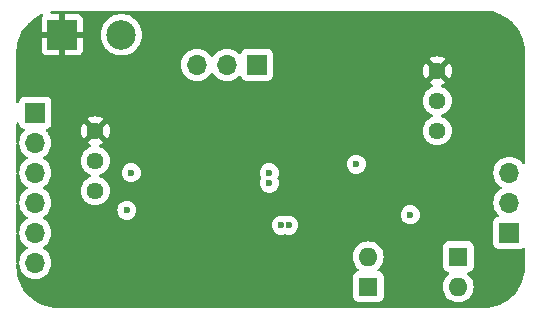
<source format=gbr>
%TF.GenerationSoftware,KiCad,Pcbnew,7.0.11+dfsg-1build4*%
%TF.CreationDate,2024-08-04T00:39:11+02:00*%
%TF.ProjectId,SmallESC,536d616c-6c45-4534-932e-6b696361645f,rev?*%
%TF.SameCoordinates,Original*%
%TF.FileFunction,Copper,L2,Inr*%
%TF.FilePolarity,Positive*%
%FSLAX46Y46*%
G04 Gerber Fmt 4.6, Leading zero omitted, Abs format (unit mm)*
G04 Created by KiCad (PCBNEW 7.0.11+dfsg-1build4) date 2024-08-04 00:39:11*
%MOMM*%
%LPD*%
G01*
G04 APERTURE LIST*
%TA.AperFunction,ComponentPad*%
%ADD10R,2.500000X2.500000*%
%TD*%
%TA.AperFunction,ComponentPad*%
%ADD11C,2.500000*%
%TD*%
%TA.AperFunction,ComponentPad*%
%ADD12R,1.600000X1.600000*%
%TD*%
%TA.AperFunction,ComponentPad*%
%ADD13O,1.600000X1.600000*%
%TD*%
%TA.AperFunction,ComponentPad*%
%ADD14C,1.440000*%
%TD*%
%TA.AperFunction,ComponentPad*%
%ADD15R,1.700000X1.700000*%
%TD*%
%TA.AperFunction,ComponentPad*%
%ADD16O,1.700000X1.700000*%
%TD*%
%TA.AperFunction,ViaPad*%
%ADD17C,0.600000*%
%TD*%
G04 APERTURE END LIST*
D10*
%TO.N,GND*%
%TO.C,J1*%
X53086000Y-51816000D03*
D11*
%TO.N,VDC*%
X58086000Y-51816000D03*
%TD*%
D12*
%TO.N,Net-(D2-K)*%
%TO.C,D2*%
X86614000Y-70612000D03*
D13*
%TO.N,VDC*%
X78994000Y-70612000D03*
%TD*%
D14*
%TO.N,GND*%
%TO.C,RV2*%
X84836000Y-54864000D03*
%TO.N,Net-(U1-RCOFF)*%
X84836000Y-57404000D03*
X84836000Y-59944000D03*
%TD*%
D15*
%TO.N,/H3*%
%TO.C,J4*%
X90932000Y-68580000D03*
D16*
%TO.N,/H2*%
X90932000Y-66040000D03*
%TO.N,/H1*%
X90932000Y-63500000D03*
%TD*%
D14*
%TO.N,GND*%
%TO.C,RV1*%
X55880000Y-59944000D03*
%TO.N,Net-(U1-RCPULSE)*%
X55880000Y-62484000D03*
X55880000Y-65024000D03*
%TD*%
D15*
%TO.N,/Motor1*%
%TO.C,J2*%
X69581000Y-54356000D03*
D16*
%TO.N,/Motor2*%
X67041000Y-54356000D03*
%TO.N,/Motor3*%
X64501000Y-54356000D03*
%TD*%
D15*
%TO.N,/DIAG*%
%TO.C,J3*%
X50800000Y-58420000D03*
D16*
%TO.N,/DIR*%
X50800000Y-60960000D03*
%TO.N,/ENABLE*%
X50800000Y-63500000D03*
%TO.N,/SPEED*%
X50800000Y-66040000D03*
%TO.N,/BRAKE*%
X50800000Y-68580000D03*
%TO.N,/VBOOT*%
X50800000Y-71120000D03*
%TD*%
D12*
%TO.N,/VBOOT*%
%TO.C,D3*%
X78994000Y-73152000D03*
D13*
%TO.N,Net-(D2-K)*%
X86614000Y-73152000D03*
%TD*%
D17*
%TO.N,GND*%
X52832000Y-67818000D03*
X82423000Y-69723000D03*
X86868000Y-63754000D03*
X87757000Y-61468000D03*
X83185000Y-62103000D03*
X86487000Y-57404000D03*
X91821000Y-56134000D03*
X81661000Y-54737000D03*
X77216000Y-54483000D03*
X73406000Y-54356000D03*
X77851000Y-59309000D03*
X73279000Y-58293000D03*
X68453000Y-50165000D03*
X85344000Y-50165000D03*
X64008000Y-50165000D03*
X76327000Y-50165000D03*
X80518000Y-50165000D03*
X90959027Y-50939452D03*
X72644000Y-50165000D03*
X88773000Y-50165000D03*
X60198000Y-50292000D03*
X56007000Y-50292000D03*
X54229000Y-54102000D03*
X53086000Y-54102000D03*
X51816000Y-53975000D03*
X49657000Y-53213000D03*
X50423422Y-51035001D03*
X49530000Y-56515000D03*
X53975000Y-62230000D03*
X52959000Y-65532000D03*
X58166000Y-68199000D03*
X62992000Y-69088000D03*
X80772000Y-71247000D03*
X88646000Y-70104000D03*
X69723000Y-66040000D03*
X64262000Y-65913000D03*
X69596000Y-57404000D03*
X64262000Y-57531000D03*
X64389000Y-70866000D03*
X69342000Y-71882000D03*
X71628000Y-69469000D03*
X75692000Y-69723000D03*
X75438000Y-67310000D03*
X88138000Y-68072000D03*
X89535000Y-64643000D03*
X91948000Y-61595000D03*
X91821000Y-70485000D03*
X91047446Y-73686131D03*
X88646000Y-74549000D03*
X85217000Y-74549000D03*
X80391000Y-74549000D03*
X76200000Y-74549000D03*
X72517000Y-74549000D03*
X68326000Y-74549000D03*
X63881000Y-74549000D03*
X58801000Y-74549000D03*
X53975000Y-74549000D03*
X50270646Y-73512732D03*
X56515000Y-71120000D03*
X82296000Y-58928000D03*
X82296000Y-62865000D03*
X82296000Y-60960000D03*
%TO.N,/DIAG*%
X70612000Y-64389000D03*
%TO.N,/VBOOT*%
X58547000Y-66675000D03*
%TO.N,/H2*%
X82558000Y-67048000D03*
%TO.N,Net-(U1-RCOFF)*%
X77978000Y-62780000D03*
%TO.N,/Motor2*%
X72263000Y-67945000D03*
X71628000Y-67945000D03*
%TO.N,/SENSEA*%
X70612000Y-63500000D03*
X58928000Y-63500000D03*
%TD*%
%TA.AperFunction,Conductor*%
%TO.N,GND*%
G36*
X88776532Y-49776648D02*
G01*
X89110429Y-49793052D01*
X89122537Y-49794245D01*
X89225646Y-49809539D01*
X89450199Y-49842849D01*
X89462117Y-49845219D01*
X89783451Y-49925709D01*
X89795088Y-49929240D01*
X89866306Y-49954722D01*
X90106967Y-50040832D01*
X90118188Y-50045479D01*
X90417663Y-50187120D01*
X90428371Y-50192844D01*
X90712488Y-50363137D01*
X90722606Y-50369897D01*
X90988670Y-50567224D01*
X90998076Y-50574944D01*
X91243513Y-50797395D01*
X91252104Y-50805986D01*
X91439255Y-51012475D01*
X91474555Y-51051423D01*
X91482275Y-51060829D01*
X91679602Y-51326893D01*
X91686362Y-51337011D01*
X91823612Y-51566000D01*
X91856648Y-51621116D01*
X91862383Y-51631844D01*
X91949482Y-51816000D01*
X92004014Y-51931297D01*
X92008670Y-51942540D01*
X92120259Y-52254411D01*
X92123792Y-52266055D01*
X92204277Y-52587369D01*
X92206651Y-52599305D01*
X92255254Y-52926962D01*
X92256447Y-52939071D01*
X92272851Y-53272966D01*
X92273000Y-53279051D01*
X92273000Y-62667343D01*
X92253315Y-62734382D01*
X92200511Y-62780137D01*
X92131353Y-62790081D01*
X92067797Y-62761056D01*
X92047425Y-62738466D01*
X91970494Y-62628597D01*
X91803402Y-62461506D01*
X91803395Y-62461501D01*
X91609834Y-62325967D01*
X91609830Y-62325965D01*
X91609828Y-62325964D01*
X91395663Y-62226097D01*
X91395659Y-62226096D01*
X91395655Y-62226094D01*
X91167413Y-62164938D01*
X91167403Y-62164936D01*
X90932001Y-62144341D01*
X90931999Y-62144341D01*
X90696596Y-62164936D01*
X90696586Y-62164938D01*
X90468344Y-62226094D01*
X90468335Y-62226098D01*
X90254171Y-62325964D01*
X90254169Y-62325965D01*
X90060597Y-62461505D01*
X89893505Y-62628597D01*
X89757965Y-62822169D01*
X89757964Y-62822171D01*
X89658098Y-63036335D01*
X89658094Y-63036344D01*
X89596938Y-63264586D01*
X89596936Y-63264596D01*
X89576341Y-63499999D01*
X89576341Y-63500000D01*
X89596936Y-63735403D01*
X89596938Y-63735413D01*
X89658094Y-63963655D01*
X89658096Y-63963659D01*
X89658097Y-63963663D01*
X89693451Y-64039480D01*
X89757965Y-64177830D01*
X89757967Y-64177834D01*
X89847406Y-64305565D01*
X89893501Y-64371396D01*
X89893506Y-64371402D01*
X90060597Y-64538493D01*
X90060603Y-64538498D01*
X90246158Y-64668425D01*
X90289783Y-64723002D01*
X90296977Y-64792500D01*
X90265454Y-64854855D01*
X90246158Y-64871575D01*
X90060597Y-65001505D01*
X89893505Y-65168597D01*
X89757965Y-65362169D01*
X89757964Y-65362171D01*
X89658098Y-65576335D01*
X89658094Y-65576344D01*
X89596938Y-65804586D01*
X89596936Y-65804596D01*
X89576341Y-66039999D01*
X89576341Y-66040000D01*
X89596936Y-66275403D01*
X89596938Y-66275413D01*
X89658094Y-66503655D01*
X89658096Y-66503659D01*
X89658097Y-66503663D01*
X89677717Y-66545738D01*
X89757965Y-66717830D01*
X89757967Y-66717834D01*
X89853487Y-66854249D01*
X89893501Y-66911396D01*
X89893506Y-66911402D01*
X90015430Y-67033326D01*
X90048915Y-67094649D01*
X90043931Y-67164341D01*
X90002059Y-67220274D01*
X89971083Y-67237189D01*
X89839669Y-67286203D01*
X89839664Y-67286206D01*
X89724455Y-67372452D01*
X89724452Y-67372455D01*
X89638206Y-67487664D01*
X89638202Y-67487671D01*
X89587908Y-67622517D01*
X89581501Y-67682116D01*
X89581500Y-67682135D01*
X89581500Y-69477870D01*
X89581501Y-69477876D01*
X89587908Y-69537483D01*
X89638202Y-69672328D01*
X89638206Y-69672335D01*
X89724452Y-69787544D01*
X89724455Y-69787547D01*
X89839664Y-69873793D01*
X89839671Y-69873797D01*
X89974517Y-69924091D01*
X89974516Y-69924091D01*
X89981444Y-69924835D01*
X90034127Y-69930500D01*
X91829872Y-69930499D01*
X91889483Y-69924091D01*
X92024331Y-69873796D01*
X92074689Y-69836097D01*
X92140152Y-69811680D01*
X92208425Y-69826531D01*
X92257831Y-69875935D01*
X92273000Y-69935364D01*
X92273000Y-71434948D01*
X92272851Y-71441033D01*
X92256447Y-71774928D01*
X92255254Y-71787037D01*
X92206651Y-72114694D01*
X92204277Y-72126630D01*
X92123792Y-72447944D01*
X92120259Y-72459588D01*
X92008670Y-72771459D01*
X92004014Y-72782702D01*
X91862385Y-73082151D01*
X91856648Y-73092883D01*
X91686362Y-73376988D01*
X91679602Y-73387106D01*
X91482275Y-73653170D01*
X91474555Y-73662576D01*
X91252111Y-73908006D01*
X91243506Y-73916611D01*
X90998076Y-74139055D01*
X90988670Y-74146775D01*
X90722606Y-74344102D01*
X90712488Y-74350862D01*
X90428383Y-74521148D01*
X90417651Y-74526885D01*
X90118202Y-74668514D01*
X90106959Y-74673170D01*
X89795088Y-74784759D01*
X89783444Y-74788292D01*
X89462130Y-74868777D01*
X89450194Y-74871151D01*
X89122537Y-74919754D01*
X89110428Y-74920947D01*
X88795489Y-74936419D01*
X88776531Y-74937351D01*
X88770449Y-74937500D01*
X52707551Y-74937500D01*
X52701468Y-74937351D01*
X52681400Y-74936365D01*
X52367571Y-74920947D01*
X52355462Y-74919754D01*
X52027805Y-74871151D01*
X52015869Y-74868777D01*
X51694555Y-74788292D01*
X51682911Y-74784759D01*
X51371040Y-74673170D01*
X51359801Y-74668515D01*
X51060344Y-74526883D01*
X51049621Y-74521150D01*
X50846998Y-74399703D01*
X50765511Y-74350862D01*
X50755393Y-74344102D01*
X50489329Y-74146775D01*
X50479923Y-74139055D01*
X50392129Y-74059483D01*
X50234486Y-73916604D01*
X50225895Y-73908013D01*
X50003444Y-73662576D01*
X49995724Y-73653170D01*
X49798397Y-73387106D01*
X49791637Y-73376988D01*
X49621344Y-73092871D01*
X49615620Y-73082163D01*
X49473979Y-72782688D01*
X49469329Y-72771459D01*
X49445732Y-72705511D01*
X49371937Y-72499266D01*
X49357740Y-72459588D01*
X49354207Y-72447944D01*
X49340671Y-72393905D01*
X49273719Y-72126617D01*
X49271348Y-72114694D01*
X49253059Y-71991402D01*
X49233258Y-71857908D01*
X49222745Y-71787037D01*
X49221552Y-71774927D01*
X49205149Y-71441032D01*
X49205000Y-71434948D01*
X49205000Y-71224383D01*
X49224685Y-71157344D01*
X49269402Y-71118596D01*
X49239938Y-71101895D01*
X49207431Y-71040048D01*
X49205000Y-71015616D01*
X49205000Y-68684383D01*
X49224685Y-68617344D01*
X49269402Y-68578596D01*
X49239938Y-68561895D01*
X49207431Y-68500048D01*
X49205000Y-68475616D01*
X49205000Y-66144383D01*
X49224685Y-66077344D01*
X49269402Y-66038596D01*
X49239938Y-66021895D01*
X49207431Y-65960048D01*
X49205000Y-65935616D01*
X49205000Y-63604383D01*
X49224685Y-63537344D01*
X49269402Y-63498596D01*
X49239938Y-63481895D01*
X49207431Y-63420048D01*
X49205000Y-63395616D01*
X49205000Y-61064383D01*
X49224685Y-60997344D01*
X49269402Y-60958596D01*
X49239938Y-60941895D01*
X49207431Y-60880048D01*
X49205000Y-60855616D01*
X49205000Y-59357071D01*
X49224685Y-59290032D01*
X49277489Y-59244277D01*
X49346647Y-59234333D01*
X49410203Y-59263358D01*
X49447977Y-59322136D01*
X49452290Y-59343818D01*
X49455908Y-59377483D01*
X49506202Y-59512328D01*
X49506206Y-59512335D01*
X49592452Y-59627544D01*
X49592455Y-59627547D01*
X49707664Y-59713793D01*
X49707671Y-59713797D01*
X49839081Y-59762810D01*
X49895015Y-59804681D01*
X49919432Y-59870145D01*
X49904580Y-59938418D01*
X49883430Y-59966673D01*
X49761503Y-60088600D01*
X49625965Y-60282169D01*
X49625964Y-60282171D01*
X49526098Y-60496335D01*
X49526094Y-60496344D01*
X49464938Y-60724586D01*
X49464936Y-60724596D01*
X49452528Y-60866424D01*
X49427075Y-60931492D01*
X49387370Y-60960242D01*
X49410203Y-60970670D01*
X49447977Y-61029448D01*
X49452528Y-61053575D01*
X49464936Y-61195403D01*
X49464938Y-61195413D01*
X49526094Y-61423655D01*
X49526096Y-61423659D01*
X49526097Y-61423663D01*
X49582897Y-61545471D01*
X49625965Y-61637830D01*
X49625967Y-61637834D01*
X49761501Y-61831395D01*
X49761506Y-61831402D01*
X49928597Y-61998493D01*
X49928603Y-61998498D01*
X50114158Y-62128425D01*
X50157783Y-62183002D01*
X50164977Y-62252500D01*
X50133454Y-62314855D01*
X50114158Y-62331575D01*
X49928597Y-62461505D01*
X49761505Y-62628597D01*
X49625965Y-62822169D01*
X49625964Y-62822171D01*
X49526098Y-63036335D01*
X49526094Y-63036344D01*
X49464938Y-63264586D01*
X49464936Y-63264596D01*
X49452528Y-63406424D01*
X49427075Y-63471492D01*
X49387370Y-63500242D01*
X49410203Y-63510670D01*
X49447977Y-63569448D01*
X49452528Y-63593575D01*
X49464936Y-63735403D01*
X49464938Y-63735413D01*
X49526094Y-63963655D01*
X49526096Y-63963659D01*
X49526097Y-63963663D01*
X49561451Y-64039480D01*
X49625965Y-64177830D01*
X49625967Y-64177834D01*
X49715406Y-64305565D01*
X49761501Y-64371396D01*
X49761506Y-64371402D01*
X49928597Y-64538493D01*
X49928603Y-64538498D01*
X50114158Y-64668425D01*
X50157783Y-64723002D01*
X50164977Y-64792500D01*
X50133454Y-64854855D01*
X50114158Y-64871575D01*
X49928597Y-65001505D01*
X49761505Y-65168597D01*
X49625965Y-65362169D01*
X49625964Y-65362171D01*
X49526098Y-65576335D01*
X49526094Y-65576344D01*
X49464938Y-65804586D01*
X49464936Y-65804596D01*
X49452528Y-65946424D01*
X49427075Y-66011492D01*
X49387370Y-66040242D01*
X49410203Y-66050670D01*
X49447977Y-66109448D01*
X49452528Y-66133575D01*
X49464936Y-66275403D01*
X49464938Y-66275413D01*
X49526094Y-66503655D01*
X49526096Y-66503659D01*
X49526097Y-66503663D01*
X49545717Y-66545738D01*
X49625965Y-66717830D01*
X49625967Y-66717834D01*
X49721487Y-66854249D01*
X49761501Y-66911396D01*
X49761506Y-66911402D01*
X49928597Y-67078493D01*
X49928603Y-67078498D01*
X50114158Y-67208425D01*
X50157783Y-67263002D01*
X50164977Y-67332500D01*
X50133454Y-67394855D01*
X50114158Y-67411575D01*
X49928597Y-67541505D01*
X49761505Y-67708597D01*
X49625965Y-67902169D01*
X49625964Y-67902171D01*
X49526098Y-68116335D01*
X49526094Y-68116344D01*
X49464938Y-68344586D01*
X49464936Y-68344596D01*
X49452528Y-68486424D01*
X49427075Y-68551492D01*
X49387370Y-68580242D01*
X49410203Y-68590670D01*
X49447977Y-68649448D01*
X49452528Y-68673575D01*
X49464936Y-68815403D01*
X49464938Y-68815413D01*
X49526094Y-69043655D01*
X49526096Y-69043659D01*
X49526097Y-69043663D01*
X49625965Y-69257830D01*
X49625967Y-69257834D01*
X49761501Y-69451395D01*
X49761506Y-69451402D01*
X49928597Y-69618493D01*
X49928603Y-69618498D01*
X50114158Y-69748425D01*
X50157783Y-69803002D01*
X50164977Y-69872500D01*
X50133454Y-69934855D01*
X50114158Y-69951575D01*
X49928597Y-70081505D01*
X49761505Y-70248597D01*
X49625965Y-70442169D01*
X49625964Y-70442171D01*
X49526098Y-70656335D01*
X49526094Y-70656344D01*
X49464938Y-70884586D01*
X49464936Y-70884596D01*
X49452528Y-71026424D01*
X49427075Y-71091492D01*
X49387370Y-71120242D01*
X49410203Y-71130670D01*
X49447977Y-71189448D01*
X49452528Y-71213575D01*
X49464936Y-71355403D01*
X49464938Y-71355413D01*
X49526094Y-71583655D01*
X49526096Y-71583659D01*
X49526097Y-71583663D01*
X49600196Y-71742568D01*
X49625965Y-71797830D01*
X49625967Y-71797834D01*
X49701769Y-71906089D01*
X49761505Y-71991401D01*
X49928599Y-72158495D01*
X50025384Y-72226265D01*
X50122165Y-72294032D01*
X50122167Y-72294033D01*
X50122170Y-72294035D01*
X50336337Y-72393903D01*
X50564592Y-72455063D01*
X50752918Y-72471539D01*
X50799999Y-72475659D01*
X50800000Y-72475659D01*
X50800001Y-72475659D01*
X50839234Y-72472226D01*
X51035408Y-72455063D01*
X51263663Y-72393903D01*
X51477830Y-72294035D01*
X51671401Y-72158495D01*
X51838495Y-71991401D01*
X51974035Y-71797830D01*
X52073903Y-71583663D01*
X52135063Y-71355408D01*
X52155659Y-71120000D01*
X52135063Y-70884592D01*
X52073903Y-70656337D01*
X52053229Y-70612001D01*
X77688532Y-70612001D01*
X77708364Y-70838686D01*
X77708366Y-70838697D01*
X77767258Y-71058488D01*
X77767261Y-71058497D01*
X77863431Y-71264732D01*
X77863432Y-71264734D01*
X77993954Y-71451141D01*
X78154858Y-71612045D01*
X78179462Y-71629273D01*
X78223087Y-71683849D01*
X78230281Y-71753348D01*
X78198758Y-71815703D01*
X78138529Y-71851117D01*
X78121593Y-71854138D01*
X78086516Y-71857908D01*
X77951671Y-71908202D01*
X77951664Y-71908206D01*
X77836455Y-71994452D01*
X77836452Y-71994455D01*
X77750206Y-72109664D01*
X77750202Y-72109671D01*
X77699908Y-72244517D01*
X77694585Y-72294032D01*
X77693501Y-72304123D01*
X77693500Y-72304135D01*
X77693500Y-73999870D01*
X77693501Y-73999876D01*
X77699908Y-74059483D01*
X77750202Y-74194328D01*
X77750206Y-74194335D01*
X77836452Y-74309544D01*
X77836455Y-74309547D01*
X77951664Y-74395793D01*
X77951671Y-74395797D01*
X78086517Y-74446091D01*
X78086516Y-74446091D01*
X78093444Y-74446835D01*
X78146127Y-74452500D01*
X79841872Y-74452499D01*
X79901483Y-74446091D01*
X80036331Y-74395796D01*
X80151546Y-74309546D01*
X80237796Y-74194331D01*
X80288091Y-74059483D01*
X80294500Y-73999873D01*
X80294500Y-73152001D01*
X85308532Y-73152001D01*
X85328364Y-73378686D01*
X85328366Y-73378697D01*
X85387258Y-73598488D01*
X85387261Y-73598497D01*
X85483431Y-73804732D01*
X85483432Y-73804734D01*
X85613954Y-73991141D01*
X85774858Y-74152045D01*
X85774861Y-74152047D01*
X85961266Y-74282568D01*
X86167504Y-74378739D01*
X86387308Y-74437635D01*
X86549230Y-74451801D01*
X86613998Y-74457468D01*
X86614000Y-74457468D01*
X86614002Y-74457468D01*
X86670807Y-74452498D01*
X86840692Y-74437635D01*
X87060496Y-74378739D01*
X87266734Y-74282568D01*
X87453139Y-74152047D01*
X87614047Y-73991139D01*
X87744568Y-73804734D01*
X87840739Y-73598496D01*
X87899635Y-73378692D01*
X87919468Y-73152000D01*
X87899635Y-72925308D01*
X87840739Y-72705504D01*
X87744568Y-72499266D01*
X87614047Y-72312861D01*
X87614045Y-72312858D01*
X87453143Y-72151956D01*
X87428536Y-72134726D01*
X87384912Y-72080149D01*
X87377719Y-72010650D01*
X87409241Y-71948296D01*
X87469471Y-71912882D01*
X87486404Y-71909861D01*
X87521483Y-71906091D01*
X87656331Y-71855796D01*
X87771546Y-71769546D01*
X87857796Y-71654331D01*
X87908091Y-71519483D01*
X87914500Y-71459873D01*
X87914499Y-69764128D01*
X87908091Y-69704517D01*
X87896086Y-69672331D01*
X87857797Y-69569671D01*
X87857793Y-69569664D01*
X87771547Y-69454455D01*
X87771544Y-69454452D01*
X87656335Y-69368206D01*
X87656328Y-69368202D01*
X87521482Y-69317908D01*
X87521483Y-69317908D01*
X87461883Y-69311501D01*
X87461881Y-69311500D01*
X87461873Y-69311500D01*
X87461864Y-69311500D01*
X85766129Y-69311500D01*
X85766123Y-69311501D01*
X85706516Y-69317908D01*
X85571671Y-69368202D01*
X85571664Y-69368206D01*
X85456455Y-69454452D01*
X85456452Y-69454455D01*
X85370206Y-69569664D01*
X85370202Y-69569671D01*
X85319908Y-69704517D01*
X85315188Y-69748425D01*
X85313501Y-69764123D01*
X85313500Y-69764135D01*
X85313500Y-71459870D01*
X85313501Y-71459876D01*
X85319908Y-71519483D01*
X85370202Y-71654328D01*
X85370206Y-71654335D01*
X85456452Y-71769544D01*
X85456455Y-71769547D01*
X85571664Y-71855793D01*
X85571671Y-71855797D01*
X85577334Y-71857909D01*
X85706517Y-71906091D01*
X85741596Y-71909862D01*
X85806144Y-71936599D01*
X85845993Y-71993991D01*
X85848488Y-72063816D01*
X85812836Y-72123905D01*
X85799464Y-72134725D01*
X85774858Y-72151954D01*
X85613954Y-72312858D01*
X85483432Y-72499265D01*
X85483431Y-72499267D01*
X85387261Y-72705502D01*
X85387258Y-72705511D01*
X85328366Y-72925302D01*
X85328364Y-72925313D01*
X85308532Y-73151998D01*
X85308532Y-73152001D01*
X80294500Y-73152001D01*
X80294499Y-72304128D01*
X80288091Y-72244517D01*
X80253567Y-72151954D01*
X80237797Y-72109671D01*
X80237793Y-72109664D01*
X80151547Y-71994455D01*
X80151544Y-71994452D01*
X80036335Y-71908206D01*
X80036328Y-71908202D01*
X79901482Y-71857908D01*
X79901483Y-71857908D01*
X79866404Y-71854137D01*
X79801853Y-71827399D01*
X79762005Y-71770006D01*
X79759512Y-71700181D01*
X79795165Y-71640092D01*
X79808539Y-71629272D01*
X79833140Y-71612046D01*
X79994045Y-71451141D01*
X79994047Y-71451139D01*
X80124568Y-71264734D01*
X80220739Y-71058496D01*
X80279635Y-70838692D01*
X80299468Y-70612000D01*
X80279635Y-70385308D01*
X80220739Y-70165504D01*
X80124568Y-69959266D01*
X80004330Y-69787547D01*
X79994045Y-69772858D01*
X79833141Y-69611954D01*
X79646734Y-69481432D01*
X79646732Y-69481431D01*
X79440497Y-69385261D01*
X79440488Y-69385258D01*
X79220697Y-69326366D01*
X79220693Y-69326365D01*
X79220692Y-69326365D01*
X79220691Y-69326364D01*
X79220686Y-69326364D01*
X78994002Y-69306532D01*
X78993998Y-69306532D01*
X78767313Y-69326364D01*
X78767302Y-69326366D01*
X78547511Y-69385258D01*
X78547502Y-69385261D01*
X78341267Y-69481431D01*
X78341265Y-69481432D01*
X78154858Y-69611954D01*
X77993954Y-69772858D01*
X77863432Y-69959265D01*
X77863431Y-69959267D01*
X77767261Y-70165502D01*
X77767258Y-70165511D01*
X77708366Y-70385302D01*
X77708364Y-70385313D01*
X77688532Y-70611998D01*
X77688532Y-70612001D01*
X52053229Y-70612001D01*
X51974035Y-70442171D01*
X51934220Y-70385308D01*
X51838494Y-70248597D01*
X51671402Y-70081506D01*
X51671396Y-70081501D01*
X51485842Y-69951575D01*
X51442217Y-69896998D01*
X51435023Y-69827500D01*
X51466546Y-69765145D01*
X51485842Y-69748425D01*
X51548550Y-69704516D01*
X51671401Y-69618495D01*
X51838495Y-69451401D01*
X51974035Y-69257830D01*
X52073903Y-69043663D01*
X52135063Y-68815408D01*
X52155659Y-68580000D01*
X52155205Y-68574816D01*
X52135063Y-68344596D01*
X52135063Y-68344592D01*
X52073903Y-68116337D01*
X51994008Y-67945003D01*
X70822435Y-67945003D01*
X70842630Y-68124249D01*
X70842631Y-68124254D01*
X70902211Y-68294523D01*
X70998184Y-68447262D01*
X71125738Y-68574816D01*
X71278478Y-68670789D01*
X71351453Y-68696324D01*
X71448745Y-68730368D01*
X71448750Y-68730369D01*
X71627996Y-68750565D01*
X71628000Y-68750565D01*
X71628004Y-68750565D01*
X71807251Y-68730369D01*
X71807253Y-68730368D01*
X71807255Y-68730368D01*
X71904545Y-68696323D01*
X71974323Y-68692761D01*
X71986455Y-68696324D01*
X72083748Y-68730369D01*
X72262996Y-68750565D01*
X72263000Y-68750565D01*
X72263004Y-68750565D01*
X72442249Y-68730369D01*
X72442252Y-68730368D01*
X72442255Y-68730368D01*
X72612522Y-68670789D01*
X72765262Y-68574816D01*
X72892816Y-68447262D01*
X72988789Y-68294522D01*
X73048368Y-68124255D01*
X73048369Y-68124249D01*
X73068565Y-67945003D01*
X73068565Y-67944996D01*
X73048369Y-67765750D01*
X73048368Y-67765745D01*
X73028371Y-67708597D01*
X72988789Y-67595478D01*
X72954875Y-67541505D01*
X72903894Y-67460369D01*
X72892816Y-67442738D01*
X72765262Y-67315184D01*
X72757012Y-67310000D01*
X72612523Y-67219211D01*
X72442254Y-67159631D01*
X72442249Y-67159630D01*
X72263004Y-67139435D01*
X72262996Y-67139435D01*
X72083750Y-67159630D01*
X72083742Y-67159632D01*
X71986454Y-67193675D01*
X71916676Y-67197236D01*
X71904546Y-67193675D01*
X71807257Y-67159632D01*
X71807249Y-67159630D01*
X71628004Y-67139435D01*
X71627996Y-67139435D01*
X71448750Y-67159630D01*
X71448745Y-67159631D01*
X71278476Y-67219211D01*
X71125737Y-67315184D01*
X70998184Y-67442737D01*
X70902211Y-67595476D01*
X70842631Y-67765745D01*
X70842630Y-67765750D01*
X70822435Y-67944996D01*
X70822435Y-67945003D01*
X51994008Y-67945003D01*
X51974035Y-67902171D01*
X51884142Y-67773789D01*
X51838494Y-67708597D01*
X51671402Y-67541506D01*
X51671396Y-67541501D01*
X51485842Y-67411575D01*
X51442217Y-67356998D01*
X51435023Y-67287500D01*
X51466546Y-67225145D01*
X51485842Y-67208425D01*
X51555528Y-67159630D01*
X51671401Y-67078495D01*
X51838495Y-66911401D01*
X51974035Y-66717830D01*
X51994006Y-66675003D01*
X57741435Y-66675003D01*
X57761630Y-66854249D01*
X57761631Y-66854254D01*
X57821211Y-67024523D01*
X57887395Y-67129853D01*
X57917184Y-67177262D01*
X58044738Y-67304816D01*
X58088797Y-67332500D01*
X58192278Y-67397522D01*
X58197478Y-67400789D01*
X58367745Y-67460368D01*
X58367750Y-67460369D01*
X58546996Y-67480565D01*
X58547000Y-67480565D01*
X58547004Y-67480565D01*
X58726249Y-67460369D01*
X58726252Y-67460368D01*
X58726255Y-67460368D01*
X58896522Y-67400789D01*
X59049262Y-67304816D01*
X59176816Y-67177262D01*
X59258035Y-67048003D01*
X81752435Y-67048003D01*
X81772630Y-67227249D01*
X81772631Y-67227254D01*
X81832211Y-67397523D01*
X81871700Y-67460369D01*
X81928184Y-67550262D01*
X82055738Y-67677816D01*
X82208478Y-67773789D01*
X82378745Y-67833368D01*
X82378750Y-67833369D01*
X82557996Y-67853565D01*
X82558000Y-67853565D01*
X82558004Y-67853565D01*
X82737249Y-67833369D01*
X82737252Y-67833368D01*
X82737255Y-67833368D01*
X82907522Y-67773789D01*
X83060262Y-67677816D01*
X83187816Y-67550262D01*
X83283789Y-67397522D01*
X83343368Y-67227255D01*
X83343606Y-67225145D01*
X83363565Y-67048003D01*
X83363565Y-67047996D01*
X83343369Y-66868750D01*
X83343368Y-66868745D01*
X83304585Y-66757909D01*
X83283789Y-66698478D01*
X83187816Y-66545738D01*
X83060262Y-66418184D01*
X82907523Y-66322211D01*
X82737254Y-66262631D01*
X82737249Y-66262630D01*
X82558004Y-66242435D01*
X82557996Y-66242435D01*
X82378750Y-66262630D01*
X82378745Y-66262631D01*
X82208476Y-66322211D01*
X82055737Y-66418184D01*
X81928184Y-66545737D01*
X81832211Y-66698476D01*
X81772631Y-66868745D01*
X81772630Y-66868750D01*
X81752435Y-67047996D01*
X81752435Y-67048003D01*
X59258035Y-67048003D01*
X59272789Y-67024522D01*
X59332368Y-66854255D01*
X59333696Y-66842468D01*
X59352565Y-66675003D01*
X59352565Y-66674996D01*
X59332369Y-66495750D01*
X59332368Y-66495745D01*
X59272788Y-66325476D01*
X59224836Y-66249162D01*
X59176816Y-66172738D01*
X59049262Y-66045184D01*
X58995642Y-66011492D01*
X58896523Y-65949211D01*
X58726254Y-65889631D01*
X58726249Y-65889630D01*
X58547004Y-65869435D01*
X58546996Y-65869435D01*
X58367750Y-65889630D01*
X58367745Y-65889631D01*
X58197476Y-65949211D01*
X58044737Y-66045184D01*
X57917184Y-66172737D01*
X57821211Y-66325476D01*
X57761631Y-66495745D01*
X57761630Y-66495750D01*
X57741435Y-66674996D01*
X57741435Y-66675003D01*
X51994006Y-66675003D01*
X52073903Y-66503663D01*
X52135063Y-66275408D01*
X52155659Y-66040000D01*
X52135063Y-65804592D01*
X52073903Y-65576337D01*
X51974035Y-65362171D01*
X51951566Y-65330081D01*
X51838494Y-65168597D01*
X51693897Y-65024001D01*
X54654838Y-65024001D01*
X54673450Y-65236741D01*
X54673452Y-65236752D01*
X54728721Y-65443022D01*
X54728723Y-65443026D01*
X54728724Y-65443030D01*
X54771171Y-65534058D01*
X54818977Y-65636578D01*
X54941472Y-65811521D01*
X55092478Y-65962527D01*
X55092481Y-65962529D01*
X55267419Y-66085021D01*
X55267421Y-66085022D01*
X55267420Y-66085022D01*
X55319802Y-66109448D01*
X55460970Y-66175276D01*
X55667253Y-66230549D01*
X55819215Y-66243844D01*
X55879998Y-66249162D01*
X55880000Y-66249162D01*
X55880002Y-66249162D01*
X55933186Y-66244508D01*
X56092747Y-66230549D01*
X56299030Y-66175276D01*
X56492581Y-66085021D01*
X56667519Y-65962529D01*
X56818529Y-65811519D01*
X56941021Y-65636581D01*
X57031276Y-65443030D01*
X57086549Y-65236747D01*
X57105162Y-65024000D01*
X57104708Y-65018816D01*
X57093549Y-64891262D01*
X57086549Y-64811253D01*
X57031276Y-64604970D01*
X56941021Y-64411419D01*
X56925325Y-64389003D01*
X69806435Y-64389003D01*
X69826630Y-64568249D01*
X69826631Y-64568254D01*
X69886211Y-64738523D01*
X69959308Y-64854855D01*
X69982184Y-64891262D01*
X70109738Y-65018816D01*
X70262478Y-65114789D01*
X70416258Y-65168599D01*
X70432745Y-65174368D01*
X70432750Y-65174369D01*
X70611996Y-65194565D01*
X70612000Y-65194565D01*
X70612004Y-65194565D01*
X70791249Y-65174369D01*
X70791252Y-65174368D01*
X70791255Y-65174368D01*
X70961522Y-65114789D01*
X71114262Y-65018816D01*
X71241816Y-64891262D01*
X71337789Y-64738522D01*
X71397368Y-64568255D01*
X71400721Y-64538495D01*
X71417565Y-64389003D01*
X71417565Y-64388996D01*
X71397369Y-64209750D01*
X71397368Y-64209745D01*
X71337788Y-64039475D01*
X71319564Y-64010473D01*
X71300563Y-63943237D01*
X71319564Y-63878527D01*
X71337788Y-63849524D01*
X71349011Y-63817451D01*
X71397368Y-63679255D01*
X71398687Y-63667549D01*
X71417565Y-63500003D01*
X71417565Y-63499996D01*
X71397369Y-63320750D01*
X71397368Y-63320745D01*
X71337788Y-63150476D01*
X71241815Y-62997737D01*
X71114262Y-62870184D01*
X70970741Y-62780003D01*
X77172435Y-62780003D01*
X77192630Y-62959249D01*
X77192631Y-62959254D01*
X77252211Y-63129523D01*
X77337077Y-63264586D01*
X77348184Y-63282262D01*
X77475738Y-63409816D01*
X77495971Y-63422529D01*
X77619269Y-63500003D01*
X77628478Y-63505789D01*
X77798745Y-63565368D01*
X77798750Y-63565369D01*
X77977996Y-63585565D01*
X77978000Y-63585565D01*
X77978004Y-63585565D01*
X78157249Y-63565369D01*
X78157252Y-63565368D01*
X78157255Y-63565368D01*
X78327522Y-63505789D01*
X78480262Y-63409816D01*
X78607816Y-63282262D01*
X78703789Y-63129522D01*
X78763368Y-62959255D01*
X78783565Y-62780000D01*
X78778885Y-62738466D01*
X78763369Y-62600750D01*
X78763368Y-62600745D01*
X78703789Y-62430478D01*
X78607816Y-62277738D01*
X78480262Y-62150184D01*
X78327523Y-62054211D01*
X78157254Y-61994631D01*
X78157249Y-61994630D01*
X77978004Y-61974435D01*
X77977996Y-61974435D01*
X77798750Y-61994630D01*
X77798745Y-61994631D01*
X77628476Y-62054211D01*
X77475737Y-62150184D01*
X77348184Y-62277737D01*
X77252211Y-62430476D01*
X77192631Y-62600745D01*
X77192630Y-62600750D01*
X77172435Y-62779996D01*
X77172435Y-62780003D01*
X70970741Y-62780003D01*
X70961523Y-62774211D01*
X70791254Y-62714631D01*
X70791249Y-62714630D01*
X70612004Y-62694435D01*
X70611996Y-62694435D01*
X70432750Y-62714630D01*
X70432745Y-62714631D01*
X70262476Y-62774211D01*
X70109737Y-62870184D01*
X69982184Y-62997737D01*
X69886211Y-63150476D01*
X69826631Y-63320745D01*
X69826630Y-63320750D01*
X69806435Y-63499996D01*
X69806435Y-63500003D01*
X69826630Y-63679249D01*
X69826633Y-63679262D01*
X69886209Y-63849519D01*
X69904437Y-63878530D01*
X69923436Y-63945767D01*
X69904437Y-64010470D01*
X69886209Y-64039480D01*
X69826633Y-64209737D01*
X69826630Y-64209750D01*
X69806435Y-64388996D01*
X69806435Y-64389003D01*
X56925325Y-64389003D01*
X56818529Y-64236481D01*
X56818527Y-64236478D01*
X56667521Y-64085472D01*
X56492578Y-63962977D01*
X56492579Y-63962977D01*
X56363547Y-63902809D01*
X56299030Y-63872724D01*
X56299023Y-63872722D01*
X56293936Y-63870870D01*
X56294709Y-63868746D01*
X56243305Y-63837424D01*
X56212766Y-63774581D01*
X56221050Y-63705204D01*
X56265528Y-63651320D01*
X56294315Y-63638172D01*
X56293936Y-63637130D01*
X56299013Y-63635280D01*
X56299030Y-63635276D01*
X56492581Y-63545021D01*
X56556874Y-63500003D01*
X58122435Y-63500003D01*
X58142630Y-63679249D01*
X58142631Y-63679254D01*
X58202211Y-63849523D01*
X58273931Y-63963664D01*
X58298184Y-64002262D01*
X58425738Y-64129816D01*
X58578478Y-64225789D01*
X58748745Y-64285368D01*
X58748750Y-64285369D01*
X58927996Y-64305565D01*
X58928000Y-64305565D01*
X58928004Y-64305565D01*
X59107249Y-64285369D01*
X59107252Y-64285368D01*
X59107255Y-64285368D01*
X59277522Y-64225789D01*
X59430262Y-64129816D01*
X59557816Y-64002262D01*
X59653789Y-63849522D01*
X59713368Y-63679255D01*
X59714687Y-63667549D01*
X59733565Y-63500003D01*
X59733565Y-63499996D01*
X59713369Y-63320750D01*
X59713368Y-63320745D01*
X59653788Y-63150476D01*
X59557815Y-62997737D01*
X59430262Y-62870184D01*
X59277523Y-62774211D01*
X59107254Y-62714631D01*
X59107249Y-62714630D01*
X58928004Y-62694435D01*
X58927996Y-62694435D01*
X58748750Y-62714630D01*
X58748745Y-62714631D01*
X58578476Y-62774211D01*
X58425737Y-62870184D01*
X58298184Y-62997737D01*
X58202211Y-63150476D01*
X58142631Y-63320745D01*
X58142630Y-63320750D01*
X58122435Y-63499996D01*
X58122435Y-63500003D01*
X56556874Y-63500003D01*
X56667519Y-63422529D01*
X56818529Y-63271519D01*
X56941021Y-63096581D01*
X57031276Y-62903030D01*
X57086549Y-62696747D01*
X57105162Y-62484000D01*
X57086549Y-62271253D01*
X57031276Y-62064970D01*
X56941021Y-61871419D01*
X56818529Y-61696481D01*
X56818527Y-61696478D01*
X56667521Y-61545472D01*
X56492578Y-61422977D01*
X56492579Y-61422977D01*
X56363547Y-61362809D01*
X56299030Y-61332724D01*
X56299023Y-61332722D01*
X56293936Y-61330870D01*
X56294606Y-61329028D01*
X56242293Y-61297114D01*
X56211789Y-61234255D01*
X56220111Y-61164883D01*
X56264617Y-61111022D01*
X56294097Y-61097574D01*
X56293764Y-61096658D01*
X56298864Y-61094801D01*
X56492325Y-61004589D01*
X56548030Y-60965583D01*
X55924401Y-60341953D01*
X56005148Y-60329165D01*
X56118045Y-60271641D01*
X56207641Y-60182045D01*
X56265165Y-60069148D01*
X56277953Y-59988401D01*
X56901583Y-60612029D01*
X56940589Y-60556325D01*
X57030801Y-60362864D01*
X57030805Y-60362853D01*
X57086054Y-60156662D01*
X57086055Y-60156654D01*
X57104660Y-59944002D01*
X57104660Y-59944001D01*
X83610838Y-59944001D01*
X83629450Y-60156741D01*
X83629452Y-60156752D01*
X83684721Y-60363022D01*
X83684723Y-60363026D01*
X83684724Y-60363030D01*
X83727171Y-60454058D01*
X83774977Y-60556578D01*
X83897472Y-60731521D01*
X84048478Y-60882527D01*
X84048481Y-60882529D01*
X84223419Y-61005021D01*
X84223421Y-61005022D01*
X84223420Y-61005022D01*
X84275802Y-61029448D01*
X84416970Y-61095276D01*
X84416976Y-61095277D01*
X84416977Y-61095278D01*
X84425546Y-61097574D01*
X84623253Y-61150549D01*
X84775215Y-61163844D01*
X84835998Y-61169162D01*
X84836000Y-61169162D01*
X84836002Y-61169162D01*
X84889186Y-61164508D01*
X85048747Y-61150549D01*
X85255030Y-61095276D01*
X85448581Y-61005021D01*
X85623519Y-60882529D01*
X85774529Y-60731519D01*
X85897021Y-60556581D01*
X85987276Y-60363030D01*
X86042549Y-60156747D01*
X86061162Y-59944000D01*
X86042549Y-59731253D01*
X85987276Y-59524970D01*
X85897021Y-59331419D01*
X85774529Y-59156481D01*
X85774527Y-59156478D01*
X85623521Y-59005472D01*
X85448578Y-58882977D01*
X85448579Y-58882977D01*
X85319547Y-58822809D01*
X85255030Y-58792724D01*
X85255023Y-58792722D01*
X85249936Y-58790870D01*
X85250709Y-58788746D01*
X85199305Y-58757424D01*
X85168766Y-58694581D01*
X85177050Y-58625204D01*
X85221528Y-58571320D01*
X85250315Y-58558172D01*
X85249936Y-58557130D01*
X85255013Y-58555280D01*
X85255030Y-58555276D01*
X85448581Y-58465021D01*
X85623519Y-58342529D01*
X85774529Y-58191519D01*
X85897021Y-58016581D01*
X85987276Y-57823030D01*
X86042549Y-57616747D01*
X86061162Y-57404000D01*
X86042549Y-57191253D01*
X85987276Y-56984970D01*
X85897021Y-56791419D01*
X85774529Y-56616481D01*
X85774527Y-56616478D01*
X85623521Y-56465472D01*
X85448578Y-56342977D01*
X85448579Y-56342977D01*
X85319547Y-56282809D01*
X85255030Y-56252724D01*
X85255023Y-56252722D01*
X85249936Y-56250870D01*
X85250606Y-56249028D01*
X85198293Y-56217114D01*
X85167789Y-56154255D01*
X85176111Y-56084883D01*
X85220617Y-56031022D01*
X85250097Y-56017574D01*
X85249764Y-56016658D01*
X85254864Y-56014801D01*
X85448325Y-55924589D01*
X85504030Y-55885583D01*
X84880401Y-55261953D01*
X84961148Y-55249165D01*
X85074045Y-55191641D01*
X85163641Y-55102045D01*
X85221165Y-54989148D01*
X85233953Y-54908400D01*
X85857583Y-55532029D01*
X85896589Y-55476325D01*
X85986801Y-55282864D01*
X85986805Y-55282853D01*
X86042054Y-55076662D01*
X86042055Y-55076654D01*
X86060660Y-54864002D01*
X86060660Y-54863997D01*
X86042055Y-54651345D01*
X86042054Y-54651337D01*
X85986805Y-54445146D01*
X85986802Y-54445140D01*
X85896586Y-54251669D01*
X85896582Y-54251663D01*
X85857584Y-54195968D01*
X85233953Y-54819599D01*
X85221165Y-54738852D01*
X85163641Y-54625955D01*
X85074045Y-54536359D01*
X84961148Y-54478835D01*
X84880400Y-54466046D01*
X85504030Y-53842415D01*
X85448329Y-53803413D01*
X85254859Y-53713197D01*
X85254853Y-53713194D01*
X85048662Y-53657945D01*
X85048654Y-53657944D01*
X84836002Y-53639340D01*
X84835998Y-53639340D01*
X84623345Y-53657944D01*
X84623337Y-53657945D01*
X84417146Y-53713194D01*
X84417140Y-53713197D01*
X84223671Y-53803412D01*
X84223669Y-53803413D01*
X84167969Y-53842415D01*
X84167968Y-53842415D01*
X84791600Y-54466046D01*
X84710852Y-54478835D01*
X84597955Y-54536359D01*
X84508359Y-54625955D01*
X84450835Y-54738852D01*
X84438046Y-54819599D01*
X83814415Y-54195968D01*
X83814415Y-54195969D01*
X83775413Y-54251669D01*
X83775412Y-54251671D01*
X83685197Y-54445140D01*
X83685194Y-54445146D01*
X83629945Y-54651337D01*
X83629944Y-54651345D01*
X83611340Y-54863997D01*
X83611340Y-54864002D01*
X83629944Y-55076654D01*
X83629945Y-55076662D01*
X83685194Y-55282853D01*
X83685197Y-55282859D01*
X83775413Y-55476329D01*
X83814415Y-55532030D01*
X84438046Y-54908399D01*
X84450835Y-54989148D01*
X84508359Y-55102045D01*
X84597955Y-55191641D01*
X84710852Y-55249165D01*
X84791599Y-55261953D01*
X84167968Y-55885584D01*
X84223663Y-55924582D01*
X84223669Y-55924586D01*
X84417140Y-56014802D01*
X84422236Y-56016658D01*
X84421542Y-56018563D01*
X84473647Y-56050302D01*
X84504196Y-56113139D01*
X84495922Y-56182518D01*
X84451454Y-56236409D01*
X84421744Y-56249991D01*
X84422064Y-56250870D01*
X84416972Y-56252723D01*
X84416970Y-56252724D01*
X84416968Y-56252725D01*
X84223421Y-56342977D01*
X84048478Y-56465472D01*
X83897472Y-56616478D01*
X83774977Y-56791421D01*
X83684725Y-56984968D01*
X83684721Y-56984977D01*
X83629452Y-57191247D01*
X83629450Y-57191258D01*
X83610838Y-57403998D01*
X83610838Y-57404001D01*
X83629450Y-57616741D01*
X83629452Y-57616752D01*
X83684721Y-57823022D01*
X83684723Y-57823026D01*
X83684724Y-57823030D01*
X83727171Y-57914058D01*
X83774977Y-58016578D01*
X83897472Y-58191521D01*
X84048478Y-58342527D01*
X84048481Y-58342529D01*
X84223419Y-58465021D01*
X84223421Y-58465022D01*
X84223420Y-58465022D01*
X84287936Y-58495106D01*
X84416970Y-58555276D01*
X84416983Y-58555279D01*
X84422064Y-58557130D01*
X84421292Y-58559250D01*
X84472710Y-58590594D01*
X84503237Y-58653442D01*
X84494939Y-58722817D01*
X84450452Y-58776693D01*
X84421685Y-58789830D01*
X84422064Y-58790870D01*
X84416972Y-58792723D01*
X84416970Y-58792724D01*
X84416968Y-58792725D01*
X84223421Y-58882977D01*
X84048478Y-59005472D01*
X83897472Y-59156478D01*
X83774977Y-59331421D01*
X83684725Y-59524968D01*
X83684721Y-59524977D01*
X83629452Y-59731247D01*
X83629450Y-59731258D01*
X83610838Y-59943998D01*
X83610838Y-59944001D01*
X57104660Y-59944001D01*
X57104660Y-59943997D01*
X57086055Y-59731345D01*
X57086054Y-59731337D01*
X57030805Y-59525146D01*
X57030802Y-59525140D01*
X56940586Y-59331669D01*
X56940582Y-59331663D01*
X56901584Y-59275968D01*
X56277953Y-59899598D01*
X56265165Y-59818852D01*
X56207641Y-59705955D01*
X56118045Y-59616359D01*
X56005148Y-59558835D01*
X55924400Y-59546046D01*
X56548030Y-58922415D01*
X56492329Y-58883413D01*
X56298859Y-58793197D01*
X56298853Y-58793194D01*
X56092662Y-58737945D01*
X56092654Y-58737944D01*
X55880002Y-58719340D01*
X55879998Y-58719340D01*
X55667345Y-58737944D01*
X55667337Y-58737945D01*
X55461146Y-58793194D01*
X55461140Y-58793197D01*
X55267671Y-58883412D01*
X55267669Y-58883413D01*
X55211969Y-58922415D01*
X55211968Y-58922415D01*
X55835600Y-59546046D01*
X55754852Y-59558835D01*
X55641955Y-59616359D01*
X55552359Y-59705955D01*
X55494835Y-59818852D01*
X55482046Y-59899599D01*
X54858415Y-59275968D01*
X54858415Y-59275969D01*
X54819413Y-59331669D01*
X54819412Y-59331671D01*
X54729197Y-59525140D01*
X54729194Y-59525146D01*
X54673945Y-59731337D01*
X54673944Y-59731345D01*
X54655340Y-59943997D01*
X54655340Y-59944002D01*
X54673944Y-60156654D01*
X54673945Y-60156662D01*
X54729194Y-60362853D01*
X54729197Y-60362859D01*
X54819413Y-60556329D01*
X54858415Y-60612030D01*
X55482046Y-59988399D01*
X55494835Y-60069148D01*
X55552359Y-60182045D01*
X55641955Y-60271641D01*
X55754852Y-60329165D01*
X55835599Y-60341953D01*
X55211968Y-60965584D01*
X55267663Y-61004582D01*
X55267669Y-61004586D01*
X55461140Y-61094802D01*
X55466236Y-61096658D01*
X55465542Y-61098563D01*
X55517647Y-61130302D01*
X55548196Y-61193139D01*
X55539922Y-61262518D01*
X55495454Y-61316409D01*
X55465744Y-61329991D01*
X55466064Y-61330870D01*
X55460972Y-61332723D01*
X55460970Y-61332724D01*
X55460968Y-61332725D01*
X55267421Y-61422977D01*
X55092478Y-61545472D01*
X54941472Y-61696478D01*
X54818977Y-61871421D01*
X54728725Y-62064968D01*
X54728721Y-62064977D01*
X54673452Y-62271247D01*
X54673450Y-62271258D01*
X54654838Y-62483998D01*
X54654838Y-62484001D01*
X54673450Y-62696741D01*
X54673452Y-62696752D01*
X54728721Y-62903022D01*
X54728723Y-62903026D01*
X54728724Y-62903030D01*
X54771171Y-62994058D01*
X54818977Y-63096578D01*
X54941472Y-63271521D01*
X55092478Y-63422527D01*
X55092481Y-63422529D01*
X55267419Y-63545021D01*
X55267421Y-63545022D01*
X55267420Y-63545022D01*
X55311053Y-63565368D01*
X55460970Y-63635276D01*
X55460983Y-63635279D01*
X55466064Y-63637130D01*
X55465292Y-63639250D01*
X55516710Y-63670594D01*
X55547237Y-63733442D01*
X55538939Y-63802817D01*
X55494452Y-63856693D01*
X55465685Y-63869830D01*
X55466064Y-63870870D01*
X55460972Y-63872723D01*
X55460970Y-63872724D01*
X55460968Y-63872725D01*
X55267421Y-63962977D01*
X55092478Y-64085472D01*
X54941472Y-64236478D01*
X54818977Y-64411421D01*
X54728725Y-64604968D01*
X54728721Y-64604977D01*
X54673452Y-64811247D01*
X54673450Y-64811258D01*
X54654838Y-65023998D01*
X54654838Y-65024001D01*
X51693897Y-65024001D01*
X51671402Y-65001506D01*
X51671396Y-65001501D01*
X51485842Y-64871575D01*
X51442217Y-64816998D01*
X51435023Y-64747500D01*
X51466546Y-64685145D01*
X51485842Y-64668425D01*
X51628899Y-64568255D01*
X51671401Y-64538495D01*
X51838495Y-64371401D01*
X51974035Y-64177830D01*
X52073903Y-63963663D01*
X52135063Y-63735408D01*
X52155659Y-63500000D01*
X52135063Y-63264592D01*
X52073903Y-63036337D01*
X51974035Y-62822171D01*
X51951566Y-62790081D01*
X51838494Y-62628597D01*
X51671402Y-62461506D01*
X51671396Y-62461501D01*
X51485842Y-62331575D01*
X51442217Y-62276998D01*
X51435023Y-62207500D01*
X51466546Y-62145145D01*
X51485842Y-62128425D01*
X51591830Y-62054211D01*
X51671401Y-61998495D01*
X51838495Y-61831401D01*
X51974035Y-61637830D01*
X52073903Y-61423663D01*
X52135063Y-61195408D01*
X52155659Y-60960000D01*
X52135063Y-60724592D01*
X52073903Y-60496337D01*
X51974035Y-60282171D01*
X51903926Y-60182045D01*
X51838496Y-60088600D01*
X51819044Y-60069148D01*
X51716567Y-59966671D01*
X51683084Y-59905351D01*
X51688068Y-59835659D01*
X51729939Y-59779725D01*
X51760915Y-59762810D01*
X51892331Y-59713796D01*
X52007546Y-59627546D01*
X52093796Y-59512331D01*
X52144091Y-59377483D01*
X52150500Y-59317873D01*
X52150499Y-57522128D01*
X52144091Y-57462517D01*
X52093796Y-57327669D01*
X52093795Y-57327668D01*
X52093793Y-57327664D01*
X52007547Y-57212455D01*
X52007544Y-57212452D01*
X51892335Y-57126206D01*
X51892328Y-57126202D01*
X51757482Y-57075908D01*
X51757483Y-57075908D01*
X51697883Y-57069501D01*
X51697881Y-57069500D01*
X51697873Y-57069500D01*
X51697864Y-57069500D01*
X49902129Y-57069500D01*
X49902123Y-57069501D01*
X49842516Y-57075908D01*
X49707671Y-57126202D01*
X49707664Y-57126206D01*
X49592455Y-57212452D01*
X49592452Y-57212455D01*
X49506206Y-57327664D01*
X49506202Y-57327671D01*
X49455908Y-57462517D01*
X49452289Y-57496185D01*
X49425551Y-57560736D01*
X49368159Y-57600584D01*
X49298334Y-57603078D01*
X49238245Y-57567426D01*
X49206970Y-57504946D01*
X49205000Y-57482930D01*
X49205000Y-54356000D01*
X63145341Y-54356000D01*
X63165936Y-54591403D01*
X63165938Y-54591413D01*
X63227094Y-54819655D01*
X63227096Y-54819659D01*
X63227097Y-54819663D01*
X63247772Y-54864000D01*
X63326965Y-55033830D01*
X63326967Y-55033834D01*
X63435281Y-55188521D01*
X63462505Y-55227401D01*
X63629599Y-55394495D01*
X63726384Y-55462265D01*
X63823165Y-55530032D01*
X63823167Y-55530033D01*
X63823170Y-55530035D01*
X64037337Y-55629903D01*
X64265592Y-55691063D01*
X64442034Y-55706500D01*
X64500999Y-55711659D01*
X64501000Y-55711659D01*
X64501001Y-55711659D01*
X64559966Y-55706500D01*
X64736408Y-55691063D01*
X64964663Y-55629903D01*
X65178830Y-55530035D01*
X65372401Y-55394495D01*
X65539495Y-55227401D01*
X65669425Y-55041842D01*
X65724002Y-54998217D01*
X65793500Y-54991023D01*
X65855855Y-55022546D01*
X65872575Y-55041842D01*
X66002500Y-55227395D01*
X66002505Y-55227401D01*
X66169599Y-55394495D01*
X66266384Y-55462265D01*
X66363165Y-55530032D01*
X66363167Y-55530033D01*
X66363170Y-55530035D01*
X66577337Y-55629903D01*
X66805592Y-55691063D01*
X66982034Y-55706500D01*
X67040999Y-55711659D01*
X67041000Y-55711659D01*
X67041001Y-55711659D01*
X67099966Y-55706500D01*
X67276408Y-55691063D01*
X67504663Y-55629903D01*
X67718830Y-55530035D01*
X67912401Y-55394495D01*
X68034329Y-55272566D01*
X68095648Y-55239084D01*
X68165340Y-55244068D01*
X68221274Y-55285939D01*
X68238189Y-55316917D01*
X68287202Y-55448328D01*
X68287206Y-55448335D01*
X68373452Y-55563544D01*
X68373455Y-55563547D01*
X68488664Y-55649793D01*
X68488671Y-55649797D01*
X68623517Y-55700091D01*
X68623516Y-55700091D01*
X68630444Y-55700835D01*
X68683127Y-55706500D01*
X70478872Y-55706499D01*
X70538483Y-55700091D01*
X70673331Y-55649796D01*
X70788546Y-55563546D01*
X70874796Y-55448331D01*
X70925091Y-55313483D01*
X70931500Y-55253873D01*
X70931499Y-53458128D01*
X70925091Y-53398517D01*
X70923810Y-53395083D01*
X70874797Y-53263671D01*
X70874793Y-53263664D01*
X70788547Y-53148455D01*
X70788544Y-53148452D01*
X70673335Y-53062206D01*
X70673328Y-53062202D01*
X70538482Y-53011908D01*
X70538483Y-53011908D01*
X70478883Y-53005501D01*
X70478881Y-53005500D01*
X70478873Y-53005500D01*
X70478864Y-53005500D01*
X68683129Y-53005500D01*
X68683123Y-53005501D01*
X68623516Y-53011908D01*
X68488671Y-53062202D01*
X68488664Y-53062206D01*
X68373455Y-53148452D01*
X68373452Y-53148455D01*
X68287206Y-53263664D01*
X68287203Y-53263669D01*
X68238189Y-53395083D01*
X68196317Y-53451016D01*
X68130853Y-53475433D01*
X68062580Y-53460581D01*
X68034326Y-53439430D01*
X67912402Y-53317506D01*
X67912395Y-53317501D01*
X67718834Y-53181967D01*
X67718830Y-53181965D01*
X67700402Y-53173372D01*
X67504663Y-53082097D01*
X67504659Y-53082096D01*
X67504655Y-53082094D01*
X67276413Y-53020938D01*
X67276403Y-53020936D01*
X67041001Y-53000341D01*
X67040999Y-53000341D01*
X66805596Y-53020936D01*
X66805586Y-53020938D01*
X66577344Y-53082094D01*
X66577335Y-53082098D01*
X66363171Y-53181964D01*
X66363169Y-53181965D01*
X66169597Y-53317505D01*
X66002505Y-53484597D01*
X65872575Y-53670158D01*
X65817998Y-53713783D01*
X65748500Y-53720977D01*
X65686145Y-53689454D01*
X65669425Y-53670158D01*
X65539494Y-53484597D01*
X65372402Y-53317506D01*
X65372395Y-53317501D01*
X65178834Y-53181967D01*
X65178830Y-53181965D01*
X65160402Y-53173372D01*
X64964663Y-53082097D01*
X64964659Y-53082096D01*
X64964655Y-53082094D01*
X64736413Y-53020938D01*
X64736403Y-53020936D01*
X64501001Y-53000341D01*
X64500999Y-53000341D01*
X64265596Y-53020936D01*
X64265586Y-53020938D01*
X64037344Y-53082094D01*
X64037335Y-53082098D01*
X63823171Y-53181964D01*
X63823169Y-53181965D01*
X63629597Y-53317505D01*
X63462505Y-53484597D01*
X63326965Y-53678169D01*
X63326964Y-53678171D01*
X63227098Y-53892335D01*
X63227094Y-53892344D01*
X63165938Y-54120586D01*
X63165936Y-54120596D01*
X63145341Y-54355999D01*
X63145341Y-54356000D01*
X49205000Y-54356000D01*
X49205000Y-53279051D01*
X49205149Y-53272967D01*
X49209302Y-53188432D01*
X49221552Y-52939068D01*
X49222745Y-52926962D01*
X49271349Y-52599296D01*
X49273718Y-52587385D01*
X49354210Y-52266043D01*
X49357740Y-52254411D01*
X49469335Y-51942525D01*
X49473976Y-51931318D01*
X49615624Y-51631828D01*
X49621340Y-51621136D01*
X49791645Y-51336998D01*
X49798388Y-51326905D01*
X49995732Y-51060818D01*
X50003435Y-51051433D01*
X50225905Y-50805975D01*
X50234475Y-50797405D01*
X50479933Y-50574935D01*
X50489318Y-50567232D01*
X50755405Y-50369888D01*
X50765498Y-50363145D01*
X51049636Y-50192840D01*
X51060328Y-50187124D01*
X51281542Y-50082497D01*
X51350561Y-50071630D01*
X51414499Y-50099802D01*
X51453057Y-50158069D01*
X51453992Y-50227932D01*
X51433825Y-50268904D01*
X51392647Y-50323910D01*
X51392645Y-50323913D01*
X51342403Y-50458620D01*
X51342401Y-50458627D01*
X51336000Y-50518155D01*
X51336000Y-51566000D01*
X52485272Y-51566000D01*
X52462900Y-51613543D01*
X52432127Y-51774862D01*
X52442439Y-51938766D01*
X52483780Y-52066000D01*
X51336000Y-52066000D01*
X51336000Y-53113844D01*
X51342401Y-53173372D01*
X51342403Y-53173379D01*
X51392645Y-53308086D01*
X51392649Y-53308093D01*
X51478809Y-53423187D01*
X51478812Y-53423190D01*
X51593906Y-53509350D01*
X51593913Y-53509354D01*
X51728620Y-53559596D01*
X51728627Y-53559598D01*
X51788155Y-53565999D01*
X51788172Y-53566000D01*
X52836000Y-53566000D01*
X52836000Y-52420310D01*
X52844817Y-52425158D01*
X53003886Y-52466000D01*
X53126894Y-52466000D01*
X53248933Y-52450583D01*
X53336000Y-52416110D01*
X53336000Y-53566000D01*
X54383828Y-53566000D01*
X54383844Y-53565999D01*
X54443372Y-53559598D01*
X54443379Y-53559596D01*
X54578086Y-53509354D01*
X54578093Y-53509350D01*
X54693187Y-53423190D01*
X54693190Y-53423187D01*
X54779350Y-53308093D01*
X54779354Y-53308086D01*
X54829596Y-53173379D01*
X54829598Y-53173372D01*
X54835999Y-53113844D01*
X54836000Y-53113827D01*
X54836000Y-52066000D01*
X53686728Y-52066000D01*
X53709100Y-52018457D01*
X53739873Y-51857138D01*
X53737285Y-51816004D01*
X56330592Y-51816004D01*
X56350196Y-52077620D01*
X56350197Y-52077625D01*
X56408576Y-52333402D01*
X56408578Y-52333411D01*
X56408580Y-52333416D01*
X56504432Y-52577643D01*
X56635614Y-52804857D01*
X56732990Y-52926962D01*
X56799198Y-53009985D01*
X56948434Y-53148454D01*
X56991521Y-53188433D01*
X57208296Y-53336228D01*
X57208301Y-53336230D01*
X57208302Y-53336231D01*
X57208303Y-53336232D01*
X57330510Y-53395083D01*
X57444673Y-53450061D01*
X57444674Y-53450061D01*
X57444677Y-53450063D01*
X57695385Y-53527396D01*
X57954818Y-53566500D01*
X58217182Y-53566500D01*
X58476615Y-53527396D01*
X58727323Y-53450063D01*
X58963704Y-53336228D01*
X59180479Y-53188433D01*
X59360997Y-53020937D01*
X59372801Y-53009985D01*
X59372801Y-53009983D01*
X59372805Y-53009981D01*
X59536386Y-52804857D01*
X59667568Y-52577643D01*
X59763420Y-52333416D01*
X59821802Y-52077630D01*
X59822674Y-52066000D01*
X59841408Y-51816004D01*
X59841408Y-51815995D01*
X59821803Y-51554379D01*
X59821802Y-51554374D01*
X59821802Y-51554370D01*
X59763420Y-51298584D01*
X59667568Y-51054357D01*
X59536386Y-50827143D01*
X59372805Y-50622019D01*
X59372804Y-50622018D01*
X59372801Y-50622014D01*
X59180479Y-50443567D01*
X59067108Y-50366272D01*
X58963704Y-50295772D01*
X58963700Y-50295770D01*
X58963697Y-50295768D01*
X58963696Y-50295767D01*
X58727325Y-50181938D01*
X58727327Y-50181938D01*
X58476623Y-50104606D01*
X58476619Y-50104605D01*
X58476615Y-50104604D01*
X58351823Y-50085794D01*
X58217187Y-50065500D01*
X58217182Y-50065500D01*
X57954818Y-50065500D01*
X57954812Y-50065500D01*
X57793247Y-50089853D01*
X57695385Y-50104604D01*
X57695382Y-50104605D01*
X57695376Y-50104606D01*
X57444673Y-50181938D01*
X57208303Y-50295767D01*
X57208302Y-50295768D01*
X56991520Y-50443567D01*
X56799198Y-50622014D01*
X56635614Y-50827143D01*
X56504432Y-51054356D01*
X56408582Y-51298578D01*
X56408576Y-51298597D01*
X56350197Y-51554374D01*
X56350196Y-51554379D01*
X56330592Y-51815995D01*
X56330592Y-51816004D01*
X53737285Y-51816004D01*
X53729561Y-51693234D01*
X53688220Y-51566000D01*
X54836000Y-51566000D01*
X54836000Y-50518172D01*
X54835999Y-50518155D01*
X54829598Y-50458627D01*
X54829596Y-50458620D01*
X54779354Y-50323913D01*
X54779350Y-50323906D01*
X54693190Y-50208812D01*
X54693187Y-50208809D01*
X54578093Y-50122649D01*
X54578086Y-50122645D01*
X54443379Y-50072403D01*
X54443372Y-50072401D01*
X54383844Y-50066000D01*
X53336000Y-50066000D01*
X53336000Y-51211689D01*
X53327183Y-51206842D01*
X53168114Y-51166000D01*
X53045106Y-51166000D01*
X52923067Y-51181417D01*
X52836000Y-51215889D01*
X52836000Y-50066000D01*
X52204467Y-50066000D01*
X52137428Y-50046315D01*
X52091673Y-49993511D01*
X52081729Y-49924353D01*
X52110754Y-49860797D01*
X52169532Y-49823023D01*
X52186272Y-49819342D01*
X52355464Y-49794244D01*
X52367568Y-49793052D01*
X52701467Y-49776648D01*
X52707551Y-49776500D01*
X52770392Y-49776500D01*
X88707608Y-49776500D01*
X88770449Y-49776500D01*
X88776532Y-49776648D01*
G37*
%TD.AperFunction*%
%TD*%
M02*

</source>
